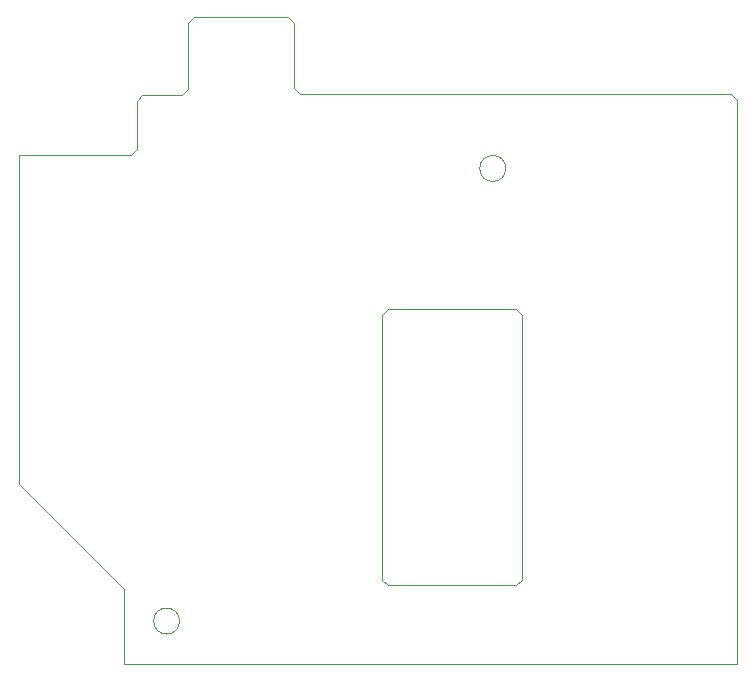
<source format=gko>
G04 #@! TF.FileFunction,Profile,NP*
%FSLAX46Y46*%
G04 Gerber Fmt 4.6, Leading zero omitted, Abs format (unit mm)*
G04 Created by KiCad (PCBNEW 4.0.1-stable) date 2016/02/29 22:10:02*
%MOMM*%
G01*
G04 APERTURE LIST*
%ADD10C,0.100000*%
G04 APERTURE END LIST*
D10*
X119941100Y-91409600D02*
X119941100Y-85869600D01*
X111441100Y-85369600D02*
X119441100Y-85369600D01*
X119941100Y-85869600D02*
X119441100Y-85369600D01*
X110941100Y-91439600D02*
X110941100Y-85869600D01*
X110941100Y-85869600D02*
X111441100Y-85369600D01*
X107111100Y-91939600D02*
X110441100Y-91939600D01*
X110441100Y-91939600D02*
X110941100Y-91439600D01*
X106601100Y-96539600D02*
X106601100Y-92439600D01*
X107101100Y-91939600D02*
X107111100Y-91939600D01*
X106601100Y-92439600D02*
X107101100Y-91939600D01*
X96611100Y-97029600D02*
X106111100Y-97029600D01*
X106111100Y-97029600D02*
X106601100Y-96539600D01*
X157411100Y-140159600D02*
X105521100Y-140159600D01*
X157411100Y-92409600D02*
X157411100Y-140159600D01*
X156911100Y-91909600D02*
X157411100Y-92409600D01*
X120441100Y-91909600D02*
X156911100Y-91909600D01*
X119941100Y-91409600D02*
X120441100Y-91909600D01*
X96611100Y-124919600D02*
X96611100Y-97029600D01*
X105521100Y-133829600D02*
X96611100Y-124919600D01*
X105521100Y-140159600D02*
X105521100Y-133829600D01*
X138761100Y-133479600D02*
X127851100Y-133479600D01*
X139251100Y-132989600D02*
X138761100Y-133479600D01*
X139251100Y-110589600D02*
X139251100Y-132989600D01*
X138751100Y-110089600D02*
X139251100Y-110589600D01*
X127851100Y-110089600D02*
X138751100Y-110089600D01*
X127361100Y-110579600D02*
X127851100Y-110089600D01*
X127361100Y-132989600D02*
X127361100Y-110579600D01*
X127851100Y-133479600D02*
X127361100Y-132989600D01*
X137860700Y-98186800D02*
G75*
G03X137860700Y-98186800I-1100000J0D01*
G01*
X110240700Y-136506800D02*
G75*
G03X110240700Y-136506800I-1100000J0D01*
G01*
M02*

</source>
